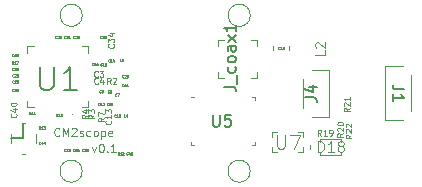
<source format=gbr>
G04 #@! TF.GenerationSoftware,KiCad,Pcbnew,(5.1.12)-1*
G04 #@! TF.CreationDate,2024-03-07T16:38:44+08:00*
G04 #@! TF.ProjectId,CM2_MesoScope,434d325f-4d65-4736-9f53-636f70652e6b,rev?*
G04 #@! TF.SameCoordinates,Original*
G04 #@! TF.FileFunction,Legend,Top*
G04 #@! TF.FilePolarity,Positive*
%FSLAX46Y46*%
G04 Gerber Fmt 4.6, Leading zero omitted, Abs format (unit mm)*
G04 Created by KiCad (PCBNEW (5.1.12)-1) date 2024-03-07 16:38:44*
%MOMM*%
%LPD*%
G01*
G04 APERTURE LIST*
%ADD10C,0.050000*%
%ADD11C,0.100000*%
%ADD12C,0.120000*%
%ADD13C,0.150000*%
%ADD14C,0.200000*%
%ADD15C,0.090000*%
G04 APERTURE END LIST*
D10*
X118108000Y-119680000D02*
G75*
G03*
X118108000Y-119680000I-938000J0D01*
G01*
X118118000Y-106488000D02*
G75*
G03*
X118118000Y-106488000I-938000J0D01*
G01*
X103884000Y-119680000D02*
G75*
G03*
X103884000Y-119680000I-938000J0D01*
G01*
X103894000Y-106488000D02*
G75*
G03*
X103894000Y-106488000I-938000J0D01*
G01*
D11*
X104737400Y-117605460D02*
X104904066Y-118072126D01*
X105070733Y-117605460D01*
X105470733Y-117372126D02*
X105537400Y-117372126D01*
X105604066Y-117405460D01*
X105637400Y-117438793D01*
X105670733Y-117505460D01*
X105704066Y-117638793D01*
X105704066Y-117805460D01*
X105670733Y-117938793D01*
X105637400Y-118005460D01*
X105604066Y-118038793D01*
X105537400Y-118072126D01*
X105470733Y-118072126D01*
X105404066Y-118038793D01*
X105370733Y-118005460D01*
X105337400Y-117938793D01*
X105304066Y-117805460D01*
X105304066Y-117638793D01*
X105337400Y-117505460D01*
X105370733Y-117438793D01*
X105404066Y-117405460D01*
X105470733Y-117372126D01*
X106004066Y-118005460D02*
X106037400Y-118038793D01*
X106004066Y-118072126D01*
X105970733Y-118038793D01*
X106004066Y-118005460D01*
X106004066Y-118072126D01*
X106704066Y-118072126D02*
X106304066Y-118072126D01*
X106504066Y-118072126D02*
X106504066Y-117372126D01*
X106437400Y-117472126D01*
X106370733Y-117538793D01*
X106304066Y-117572126D01*
X101940506Y-116644020D02*
X101907173Y-116677353D01*
X101807173Y-116710686D01*
X101740506Y-116710686D01*
X101640506Y-116677353D01*
X101573840Y-116610686D01*
X101540506Y-116544020D01*
X101507173Y-116410686D01*
X101507173Y-116310686D01*
X101540506Y-116177353D01*
X101573840Y-116110686D01*
X101640506Y-116044020D01*
X101740506Y-116010686D01*
X101807173Y-116010686D01*
X101907173Y-116044020D01*
X101940506Y-116077353D01*
X102240506Y-116710686D02*
X102240506Y-116010686D01*
X102473840Y-116510686D01*
X102707173Y-116010686D01*
X102707173Y-116710686D01*
X103007173Y-116077353D02*
X103040506Y-116044020D01*
X103107173Y-116010686D01*
X103273840Y-116010686D01*
X103340506Y-116044020D01*
X103373840Y-116077353D01*
X103407173Y-116144020D01*
X103407173Y-116210686D01*
X103373840Y-116310686D01*
X102973840Y-116710686D01*
X103407173Y-116710686D01*
X103673840Y-116677353D02*
X103740506Y-116710686D01*
X103873840Y-116710686D01*
X103940506Y-116677353D01*
X103973840Y-116610686D01*
X103973840Y-116577353D01*
X103940506Y-116510686D01*
X103873840Y-116477353D01*
X103773840Y-116477353D01*
X103707173Y-116444020D01*
X103673840Y-116377353D01*
X103673840Y-116344020D01*
X103707173Y-116277353D01*
X103773840Y-116244020D01*
X103873840Y-116244020D01*
X103940506Y-116277353D01*
X104573840Y-116677353D02*
X104507173Y-116710686D01*
X104373840Y-116710686D01*
X104307173Y-116677353D01*
X104273840Y-116644020D01*
X104240506Y-116577353D01*
X104240506Y-116377353D01*
X104273840Y-116310686D01*
X104307173Y-116277353D01*
X104373840Y-116244020D01*
X104507173Y-116244020D01*
X104573840Y-116277353D01*
X104973840Y-116710686D02*
X104907173Y-116677353D01*
X104873840Y-116644020D01*
X104840506Y-116577353D01*
X104840506Y-116377353D01*
X104873840Y-116310686D01*
X104907173Y-116277353D01*
X104973840Y-116244020D01*
X105073840Y-116244020D01*
X105140506Y-116277353D01*
X105173840Y-116310686D01*
X105207173Y-116377353D01*
X105207173Y-116577353D01*
X105173840Y-116644020D01*
X105140506Y-116677353D01*
X105073840Y-116710686D01*
X104973840Y-116710686D01*
X105507173Y-116244020D02*
X105507173Y-116944020D01*
X105507173Y-116277353D02*
X105573840Y-116244020D01*
X105707173Y-116244020D01*
X105773840Y-116277353D01*
X105807173Y-116310686D01*
X105840506Y-116377353D01*
X105840506Y-116577353D01*
X105807173Y-116644020D01*
X105773840Y-116677353D01*
X105707173Y-116710686D01*
X105573840Y-116710686D01*
X105507173Y-116677353D01*
X106407173Y-116677353D02*
X106340506Y-116710686D01*
X106207173Y-116710686D01*
X106140506Y-116677353D01*
X106107173Y-116610686D01*
X106107173Y-116344020D01*
X106140506Y-116277353D01*
X106207173Y-116244020D01*
X106340506Y-116244020D01*
X106407173Y-116277353D01*
X106440506Y-116344020D01*
X106440506Y-116410686D01*
X106107173Y-116477353D01*
D12*
X129505500Y-115351080D02*
X131005500Y-115351080D01*
X129505500Y-115351080D02*
X129513500Y-110811080D01*
X129505500Y-110811080D02*
X131005500Y-110811080D01*
X131755500Y-114621080D02*
X131755500Y-111573080D01*
X124809800Y-111089460D02*
X123309800Y-111089460D01*
X124809800Y-111089460D02*
X124809800Y-115089460D01*
X124809800Y-115089460D02*
X123309800Y-115089460D01*
X122559800Y-111839460D02*
X122559800Y-114339460D01*
D11*
X122608660Y-117664900D02*
X122608660Y-118084900D01*
X122608660Y-118084900D02*
X122188660Y-118084900D01*
X122608660Y-116824900D02*
X122608660Y-116404900D01*
X122608660Y-116404900D02*
X122188660Y-116404900D01*
X119928660Y-116824900D02*
X119928660Y-116404900D01*
X119928660Y-116404900D02*
X120348660Y-116404900D01*
X119928660Y-117664900D02*
X119928660Y-118084900D01*
X119928660Y-118084900D02*
X120348660Y-118084900D01*
X99224640Y-109124420D02*
X99224640Y-109674420D01*
X99774640Y-109124420D02*
X99224640Y-109124420D01*
X104384640Y-109124420D02*
X104384640Y-109674420D01*
X103834640Y-109124420D02*
X104384640Y-109124420D01*
X104384640Y-114284420D02*
X104384640Y-113734420D01*
X103834640Y-114284420D02*
X104384640Y-114284420D01*
X99224640Y-114284420D02*
X99224640Y-113734420D01*
X99774640Y-114284420D02*
X99224640Y-114284420D01*
X115392900Y-108602680D02*
X115392900Y-109102680D01*
X115392900Y-108602680D02*
X115892900Y-108602680D01*
X115392900Y-111802680D02*
X115392900Y-111302680D01*
X115392900Y-111802680D02*
X115892900Y-111802680D01*
X118692900Y-111802680D02*
X118192900Y-111802680D01*
X118692900Y-111802680D02*
X118692900Y-111302680D01*
X118692900Y-108602680D02*
X118692900Y-109102680D01*
X118692900Y-108602680D02*
X118192900Y-108602680D01*
X123203560Y-117783360D02*
X123203560Y-117463360D01*
X125813560Y-116943360D02*
X125813560Y-117203360D01*
X124013560Y-116943360D02*
X125813560Y-116943360D01*
X124013560Y-118303360D02*
X124013560Y-118043360D01*
X125813560Y-118303360D02*
X124013560Y-118303360D01*
X125813560Y-118043360D02*
X125813560Y-118303360D01*
X124013560Y-117203360D02*
X124013560Y-116943360D01*
X98754040Y-115581420D02*
X99064040Y-115581420D01*
X98754040Y-118241420D02*
X99064040Y-118241420D01*
X97829040Y-116556420D02*
X97829040Y-117266420D01*
X99989040Y-117266420D02*
X99989040Y-116556420D01*
D13*
X98909040Y-115636420D02*
X98909040Y-116911420D01*
X98909040Y-116911420D02*
X97859040Y-116911420D01*
D12*
X113096860Y-117452640D02*
X113356860Y-117452640D01*
X113096860Y-117452640D02*
X113096860Y-117192640D01*
X113096860Y-113432640D02*
X113356860Y-113432640D01*
X118516860Y-117452640D02*
X118256860Y-117452640D01*
X118516860Y-117452640D02*
X118516860Y-117192640D01*
X118516860Y-113432640D02*
X118256860Y-113432640D01*
X118516860Y-113432640D02*
X118516860Y-113692640D01*
D11*
X120026860Y-109457640D02*
X120026860Y-109047640D01*
X121426860Y-109457640D02*
X121426860Y-109047640D01*
X103056440Y-114920820D02*
G75*
G03*
X103056440Y-114920820I-50000J0D01*
G01*
D13*
X131160939Y-112756126D02*
X130446653Y-112756126D01*
X130303796Y-112708507D01*
X130208558Y-112613269D01*
X130160939Y-112470412D01*
X130160939Y-112375174D01*
X130160939Y-113756126D02*
X130160939Y-113184698D01*
X130160939Y-113470412D02*
X131160939Y-113470412D01*
X131018081Y-113375174D01*
X130922843Y-113279936D01*
X130875224Y-113184698D01*
X122738180Y-113422793D02*
X123452466Y-113422793D01*
X123595323Y-113470412D01*
X123690561Y-113565650D01*
X123738180Y-113708507D01*
X123738180Y-113803745D01*
X123071514Y-112518031D02*
X123738180Y-112518031D01*
X122690561Y-112756126D02*
X123404847Y-112994221D01*
X123404847Y-112375174D01*
D10*
X126681530Y-116603668D02*
X126443435Y-116770335D01*
X126681530Y-116889382D02*
X126181530Y-116889382D01*
X126181530Y-116698906D01*
X126205340Y-116651287D01*
X126229149Y-116627478D01*
X126276768Y-116603668D01*
X126348197Y-116603668D01*
X126395816Y-116627478D01*
X126419625Y-116651287D01*
X126443435Y-116698906D01*
X126443435Y-116889382D01*
X126229149Y-116413192D02*
X126205340Y-116389382D01*
X126181530Y-116341763D01*
X126181530Y-116222716D01*
X126205340Y-116175097D01*
X126229149Y-116151287D01*
X126276768Y-116127478D01*
X126324387Y-116127478D01*
X126395816Y-116151287D01*
X126681530Y-116437001D01*
X126681530Y-116127478D01*
X126229149Y-115937001D02*
X126205340Y-115913192D01*
X126181530Y-115865573D01*
X126181530Y-115746525D01*
X126205340Y-115698906D01*
X126229149Y-115675097D01*
X126276768Y-115651287D01*
X126324387Y-115651287D01*
X126395816Y-115675097D01*
X126681530Y-115960811D01*
X126681530Y-115651287D01*
X126516430Y-114340528D02*
X126278335Y-114507195D01*
X126516430Y-114626242D02*
X126016430Y-114626242D01*
X126016430Y-114435766D01*
X126040240Y-114388147D01*
X126064049Y-114364338D01*
X126111668Y-114340528D01*
X126183097Y-114340528D01*
X126230716Y-114364338D01*
X126254525Y-114388147D01*
X126278335Y-114435766D01*
X126278335Y-114626242D01*
X126064049Y-114150052D02*
X126040240Y-114126242D01*
X126016430Y-114078623D01*
X126016430Y-113959576D01*
X126040240Y-113911957D01*
X126064049Y-113888147D01*
X126111668Y-113864338D01*
X126159287Y-113864338D01*
X126230716Y-113888147D01*
X126516430Y-114173861D01*
X126516430Y-113864338D01*
X126516430Y-113388147D02*
X126516430Y-113673861D01*
X126516430Y-113531004D02*
X126016430Y-113531004D01*
X126087859Y-113578623D01*
X126135478Y-113626242D01*
X126159287Y-113673861D01*
X125983030Y-116479208D02*
X125744935Y-116645875D01*
X125983030Y-116764922D02*
X125483030Y-116764922D01*
X125483030Y-116574446D01*
X125506840Y-116526827D01*
X125530649Y-116503018D01*
X125578268Y-116479208D01*
X125649697Y-116479208D01*
X125697316Y-116503018D01*
X125721125Y-116526827D01*
X125744935Y-116574446D01*
X125744935Y-116764922D01*
X125530649Y-116288732D02*
X125506840Y-116264922D01*
X125483030Y-116217303D01*
X125483030Y-116098256D01*
X125506840Y-116050637D01*
X125530649Y-116026827D01*
X125578268Y-116003018D01*
X125625887Y-116003018D01*
X125697316Y-116026827D01*
X125983030Y-116312541D01*
X125983030Y-116003018D01*
X125483030Y-115693494D02*
X125483030Y-115645875D01*
X125506840Y-115598256D01*
X125530649Y-115574446D01*
X125578268Y-115550637D01*
X125673506Y-115526827D01*
X125792554Y-115526827D01*
X125887792Y-115550637D01*
X125935411Y-115574446D01*
X125959220Y-115598256D01*
X125983030Y-115645875D01*
X125983030Y-115693494D01*
X125959220Y-115741113D01*
X125935411Y-115764922D01*
X125887792Y-115788732D01*
X125792554Y-115812541D01*
X125673506Y-115812541D01*
X125578268Y-115788732D01*
X125530649Y-115764922D01*
X125506840Y-115741113D01*
X125483030Y-115693494D01*
X124125451Y-116663370D02*
X123958784Y-116425275D01*
X123839737Y-116663370D02*
X123839737Y-116163370D01*
X124030213Y-116163370D01*
X124077832Y-116187180D01*
X124101641Y-116210989D01*
X124125451Y-116258608D01*
X124125451Y-116330037D01*
X124101641Y-116377656D01*
X124077832Y-116401465D01*
X124030213Y-116425275D01*
X123839737Y-116425275D01*
X124601641Y-116663370D02*
X124315927Y-116663370D01*
X124458784Y-116663370D02*
X124458784Y-116163370D01*
X124411165Y-116234799D01*
X124363546Y-116282418D01*
X124315927Y-116306227D01*
X124839737Y-116663370D02*
X124934975Y-116663370D01*
X124982594Y-116639560D01*
X125006403Y-116615751D01*
X125054022Y-116544322D01*
X125077832Y-116449084D01*
X125077832Y-116258608D01*
X125054022Y-116210989D01*
X125030213Y-116187180D01*
X124982594Y-116163370D01*
X124887356Y-116163370D01*
X124839737Y-116187180D01*
X124815927Y-116210989D01*
X124792118Y-116258608D01*
X124792118Y-116377656D01*
X124815927Y-116425275D01*
X124839737Y-116449084D01*
X124887356Y-116472894D01*
X124982594Y-116472894D01*
X125030213Y-116449084D01*
X125054022Y-116425275D01*
X125077832Y-116377656D01*
X106716268Y-115055748D02*
X106706744Y-115065272D01*
X106678173Y-115074796D01*
X106659125Y-115074796D01*
X106630554Y-115065272D01*
X106611506Y-115046224D01*
X106601982Y-115027177D01*
X106592459Y-114989081D01*
X106592459Y-114960510D01*
X106601982Y-114922415D01*
X106611506Y-114903367D01*
X106630554Y-114884320D01*
X106659125Y-114874796D01*
X106678173Y-114874796D01*
X106706744Y-114884320D01*
X106716268Y-114893843D01*
X106906744Y-115074796D02*
X106792459Y-115074796D01*
X106849601Y-115074796D02*
X106849601Y-114874796D01*
X106830554Y-114903367D01*
X106811506Y-114922415D01*
X106792459Y-114931939D01*
X107030554Y-114874796D02*
X107049601Y-114874796D01*
X107068649Y-114884320D01*
X107078173Y-114893843D01*
X107087697Y-114912891D01*
X107097220Y-114950986D01*
X107097220Y-114998605D01*
X107087697Y-115036700D01*
X107078173Y-115055748D01*
X107068649Y-115065272D01*
X107049601Y-115074796D01*
X107030554Y-115074796D01*
X107011506Y-115065272D01*
X107001982Y-115055748D01*
X106992459Y-115036700D01*
X106982935Y-114998605D01*
X106982935Y-114950986D01*
X106992459Y-114912891D01*
X107001982Y-114893843D01*
X107011506Y-114884320D01*
X107030554Y-114874796D01*
X106783566Y-113285368D02*
X106774042Y-113294892D01*
X106745471Y-113304416D01*
X106726423Y-113304416D01*
X106697852Y-113294892D01*
X106678804Y-113275844D01*
X106669280Y-113256797D01*
X106659757Y-113218701D01*
X106659757Y-113190130D01*
X106669280Y-113152035D01*
X106678804Y-113132987D01*
X106697852Y-113113940D01*
X106726423Y-113104416D01*
X106745471Y-113104416D01*
X106774042Y-113113940D01*
X106783566Y-113123463D01*
X106850233Y-113104416D02*
X106983566Y-113104416D01*
X106897852Y-113304416D01*
X106212548Y-110392308D02*
X106203024Y-110401832D01*
X106174453Y-110411356D01*
X106155405Y-110411356D01*
X106126834Y-110401832D01*
X106107786Y-110382784D01*
X106098262Y-110363737D01*
X106088739Y-110325641D01*
X106088739Y-110297070D01*
X106098262Y-110258975D01*
X106107786Y-110239927D01*
X106126834Y-110220880D01*
X106155405Y-110211356D01*
X106174453Y-110211356D01*
X106203024Y-110220880D01*
X106212548Y-110230403D01*
X106403024Y-110411356D02*
X106288739Y-110411356D01*
X106345881Y-110411356D02*
X106345881Y-110211356D01*
X106326834Y-110239927D01*
X106307786Y-110258975D01*
X106288739Y-110268499D01*
X106574453Y-110278022D02*
X106574453Y-110411356D01*
X106526834Y-110201832D02*
X106479215Y-110344689D01*
X106603024Y-110344689D01*
X106529811Y-108927048D02*
X106553620Y-108950858D01*
X106577430Y-109022286D01*
X106577430Y-109069905D01*
X106553620Y-109141334D01*
X106506001Y-109188953D01*
X106458382Y-109212762D01*
X106363144Y-109236572D01*
X106291716Y-109236572D01*
X106196478Y-109212762D01*
X106148859Y-109188953D01*
X106101240Y-109141334D01*
X106077430Y-109069905D01*
X106077430Y-109022286D01*
X106101240Y-108950858D01*
X106125049Y-108927048D01*
X106077430Y-108760381D02*
X106077430Y-108450858D01*
X106267906Y-108617524D01*
X106267906Y-108546096D01*
X106291716Y-108498477D01*
X106315525Y-108474667D01*
X106363144Y-108450858D01*
X106482192Y-108450858D01*
X106529811Y-108474667D01*
X106553620Y-108498477D01*
X106577430Y-108546096D01*
X106577430Y-108688953D01*
X106553620Y-108736572D01*
X106529811Y-108760381D01*
X106244097Y-108022286D02*
X106577430Y-108022286D01*
X106053620Y-108141334D02*
X106410763Y-108260381D01*
X106410763Y-107950858D01*
X98274811Y-114819848D02*
X98298620Y-114843658D01*
X98322430Y-114915086D01*
X98322430Y-114962705D01*
X98298620Y-115034134D01*
X98251001Y-115081753D01*
X98203382Y-115105562D01*
X98108144Y-115129372D01*
X98036716Y-115129372D01*
X97941478Y-115105562D01*
X97893859Y-115081753D01*
X97846240Y-115034134D01*
X97822430Y-114962705D01*
X97822430Y-114915086D01*
X97846240Y-114843658D01*
X97870049Y-114819848D01*
X97989097Y-114391277D02*
X98322430Y-114391277D01*
X97798620Y-114510324D02*
X98155763Y-114629372D01*
X98155763Y-114319848D01*
X97822430Y-114034134D02*
X97822430Y-113986515D01*
X97846240Y-113938896D01*
X97870049Y-113915086D01*
X97917668Y-113891277D01*
X98012906Y-113867467D01*
X98131954Y-113867467D01*
X98227192Y-113891277D01*
X98274811Y-113915086D01*
X98298620Y-113938896D01*
X98322430Y-113986515D01*
X98322430Y-114034134D01*
X98298620Y-114081753D01*
X98274811Y-114105562D01*
X98227192Y-114129372D01*
X98131954Y-114153181D01*
X98012906Y-114153181D01*
X97917668Y-114129372D01*
X97870049Y-114105562D01*
X97846240Y-114081753D01*
X97822430Y-114034134D01*
D12*
X120361993Y-116593233D02*
X120361993Y-117556566D01*
X120418660Y-117669900D01*
X120475326Y-117726566D01*
X120588660Y-117783233D01*
X120815326Y-117783233D01*
X120928660Y-117726566D01*
X120985326Y-117669900D01*
X121041993Y-117556566D01*
X121041993Y-116593233D01*
X121495326Y-116593233D02*
X122288660Y-116593233D01*
X121778660Y-117783233D01*
D14*
X100316390Y-110828361D02*
X100316390Y-112447409D01*
X100411628Y-112637885D01*
X100506866Y-112733123D01*
X100697342Y-112828361D01*
X101078295Y-112828361D01*
X101268771Y-112733123D01*
X101364009Y-112637885D01*
X101459247Y-112447409D01*
X101459247Y-110828361D01*
X103459247Y-112828361D02*
X102316390Y-112828361D01*
X102887819Y-112828361D02*
X102887819Y-110828361D01*
X102697342Y-111114076D01*
X102506866Y-111304552D01*
X102316390Y-111399790D01*
D13*
X115872180Y-112521780D02*
X116586466Y-112521780D01*
X116729323Y-112569400D01*
X116824561Y-112664638D01*
X116872180Y-112807495D01*
X116872180Y-112902733D01*
X116967419Y-112283685D02*
X116967419Y-111521780D01*
X116824561Y-110855114D02*
X116872180Y-110950352D01*
X116872180Y-111140828D01*
X116824561Y-111236066D01*
X116776942Y-111283685D01*
X116681704Y-111331304D01*
X116395990Y-111331304D01*
X116300752Y-111283685D01*
X116253133Y-111236066D01*
X116205514Y-111140828D01*
X116205514Y-110950352D01*
X116253133Y-110855114D01*
X116872180Y-110283685D02*
X116824561Y-110378923D01*
X116776942Y-110426542D01*
X116681704Y-110474161D01*
X116395990Y-110474161D01*
X116300752Y-110426542D01*
X116253133Y-110378923D01*
X116205514Y-110283685D01*
X116205514Y-110140828D01*
X116253133Y-110045590D01*
X116300752Y-109997971D01*
X116395990Y-109950352D01*
X116681704Y-109950352D01*
X116776942Y-109997971D01*
X116824561Y-110045590D01*
X116872180Y-110140828D01*
X116872180Y-110283685D01*
X116872180Y-109093209D02*
X116348371Y-109093209D01*
X116253133Y-109140828D01*
X116205514Y-109236066D01*
X116205514Y-109426542D01*
X116253133Y-109521780D01*
X116824561Y-109093209D02*
X116872180Y-109188447D01*
X116872180Y-109426542D01*
X116824561Y-109521780D01*
X116729323Y-109569400D01*
X116634085Y-109569400D01*
X116538847Y-109521780D01*
X116491228Y-109426542D01*
X116491228Y-109188447D01*
X116443609Y-109093209D01*
X116872180Y-108712257D02*
X116205514Y-108188447D01*
X116205514Y-108712257D02*
X116872180Y-108188447D01*
X116872180Y-107283685D02*
X116872180Y-107855114D01*
X116872180Y-107569400D02*
X115872180Y-107569400D01*
X116015038Y-107664638D01*
X116110276Y-107759876D01*
X116157895Y-107855114D01*
D15*
X123857131Y-118016931D02*
X123857131Y-117146931D01*
X124064274Y-117146931D01*
X124188560Y-117188360D01*
X124271417Y-117271217D01*
X124312845Y-117354074D01*
X124354274Y-117519788D01*
X124354274Y-117644074D01*
X124312845Y-117809788D01*
X124271417Y-117892645D01*
X124188560Y-117975502D01*
X124064274Y-118016931D01*
X123857131Y-118016931D01*
X125182845Y-118016931D02*
X124685702Y-118016931D01*
X124934274Y-118016931D02*
X124934274Y-117146931D01*
X124851417Y-117271217D01*
X124768560Y-117354074D01*
X124685702Y-117395502D01*
X125679988Y-117519788D02*
X125597131Y-117478360D01*
X125555702Y-117436931D01*
X125514274Y-117354074D01*
X125514274Y-117312645D01*
X125555702Y-117229788D01*
X125597131Y-117188360D01*
X125679988Y-117146931D01*
X125845702Y-117146931D01*
X125928560Y-117188360D01*
X125969988Y-117229788D01*
X126011417Y-117312645D01*
X126011417Y-117354074D01*
X125969988Y-117436931D01*
X125928560Y-117478360D01*
X125845702Y-117519788D01*
X125679988Y-117519788D01*
X125597131Y-117561217D01*
X125555702Y-117602645D01*
X125514274Y-117685502D01*
X125514274Y-117851217D01*
X125555702Y-117934074D01*
X125597131Y-117975502D01*
X125679988Y-118016931D01*
X125845702Y-118016931D01*
X125928560Y-117975502D01*
X125969988Y-117934074D01*
X126011417Y-117851217D01*
X126011417Y-117685502D01*
X125969988Y-117602645D01*
X125928560Y-117561217D01*
X125845702Y-117519788D01*
D13*
X114946695Y-114906580D02*
X114946695Y-115716104D01*
X114994314Y-115811342D01*
X115041933Y-115858961D01*
X115137171Y-115906580D01*
X115327647Y-115906580D01*
X115422885Y-115858961D01*
X115470504Y-115811342D01*
X115518123Y-115716104D01*
X115518123Y-114906580D01*
X116470504Y-114906580D02*
X115994314Y-114906580D01*
X115946695Y-115382771D01*
X115994314Y-115335152D01*
X116089552Y-115287533D01*
X116327647Y-115287533D01*
X116422885Y-115335152D01*
X116470504Y-115382771D01*
X116518123Y-115478009D01*
X116518123Y-115716104D01*
X116470504Y-115811342D01*
X116422885Y-115858961D01*
X116327647Y-115906580D01*
X116089552Y-115906580D01*
X115994314Y-115858961D01*
X115946695Y-115811342D01*
D10*
X105749430Y-115156553D02*
X105511335Y-115323220D01*
X105749430Y-115442267D02*
X105249430Y-115442267D01*
X105249430Y-115251791D01*
X105273240Y-115204172D01*
X105297049Y-115180362D01*
X105344668Y-115156553D01*
X105416097Y-115156553D01*
X105463716Y-115180362D01*
X105487525Y-115204172D01*
X105511335Y-115251791D01*
X105511335Y-115442267D01*
X105249430Y-114989886D02*
X105249430Y-114656553D01*
X105749430Y-114870839D01*
X104352430Y-114927953D02*
X104114335Y-115094620D01*
X104352430Y-115213667D02*
X103852430Y-115213667D01*
X103852430Y-115023191D01*
X103876240Y-114975572D01*
X103900049Y-114951762D01*
X103947668Y-114927953D01*
X104019097Y-114927953D01*
X104066716Y-114951762D01*
X104090525Y-114975572D01*
X104114335Y-115023191D01*
X104114335Y-115213667D01*
X104019097Y-114499381D02*
X104352430Y-114499381D01*
X103828620Y-114618429D02*
X104185763Y-114737477D01*
X104185763Y-114427953D01*
X104911230Y-114927953D02*
X104673135Y-115094620D01*
X104911230Y-115213667D02*
X104411230Y-115213667D01*
X104411230Y-115023191D01*
X104435040Y-114975572D01*
X104458849Y-114951762D01*
X104506468Y-114927953D01*
X104577897Y-114927953D01*
X104625516Y-114951762D01*
X104649325Y-114975572D01*
X104673135Y-115023191D01*
X104673135Y-115213667D01*
X104411230Y-114761286D02*
X104411230Y-114451762D01*
X104601706Y-114618429D01*
X104601706Y-114547000D01*
X104625516Y-114499381D01*
X104649325Y-114475572D01*
X104696944Y-114451762D01*
X104815992Y-114451762D01*
X104863611Y-114475572D01*
X104887420Y-114499381D01*
X104911230Y-114547000D01*
X104911230Y-114689858D01*
X104887420Y-114737477D01*
X104863611Y-114761286D01*
X106293306Y-112286210D02*
X106126640Y-112048115D01*
X106007592Y-112286210D02*
X106007592Y-111786210D01*
X106198068Y-111786210D01*
X106245687Y-111810020D01*
X106269497Y-111833829D01*
X106293306Y-111881448D01*
X106293306Y-111952877D01*
X106269497Y-112000496D01*
X106245687Y-112024305D01*
X106198068Y-112048115D01*
X106007592Y-112048115D01*
X106483782Y-111833829D02*
X106507592Y-111810020D01*
X106555211Y-111786210D01*
X106674259Y-111786210D01*
X106721878Y-111810020D01*
X106745687Y-111833829D01*
X106769497Y-111881448D01*
X106769497Y-111929067D01*
X106745687Y-112000496D01*
X106459973Y-112286210D01*
X106769497Y-112286210D01*
X106286011Y-115394648D02*
X106309820Y-115418458D01*
X106333630Y-115489886D01*
X106333630Y-115537505D01*
X106309820Y-115608934D01*
X106262201Y-115656553D01*
X106214582Y-115680362D01*
X106119344Y-115704172D01*
X106047916Y-115704172D01*
X105952678Y-115680362D01*
X105905059Y-115656553D01*
X105857440Y-115608934D01*
X105833630Y-115537505D01*
X105833630Y-115489886D01*
X105857440Y-115418458D01*
X105881249Y-115394648D01*
X106333630Y-114918458D02*
X106333630Y-115204172D01*
X106333630Y-115061315D02*
X105833630Y-115061315D01*
X105905059Y-115108934D01*
X105952678Y-115156553D01*
X105976487Y-115204172D01*
X105833630Y-114751791D02*
X105833630Y-114442267D01*
X106024106Y-114608934D01*
X106024106Y-114537505D01*
X106047916Y-114489886D01*
X106071725Y-114466077D01*
X106119344Y-114442267D01*
X106238392Y-114442267D01*
X106286011Y-114466077D01*
X106309820Y-114489886D01*
X106333630Y-114537505D01*
X106333630Y-114680362D01*
X106309820Y-114727981D01*
X106286011Y-114751791D01*
X105201106Y-112238591D02*
X105177297Y-112262400D01*
X105105868Y-112286210D01*
X105058249Y-112286210D01*
X104986820Y-112262400D01*
X104939201Y-112214781D01*
X104915392Y-112167162D01*
X104891582Y-112071924D01*
X104891582Y-112000496D01*
X104915392Y-111905258D01*
X104939201Y-111857639D01*
X104986820Y-111810020D01*
X105058249Y-111786210D01*
X105105868Y-111786210D01*
X105177297Y-111810020D01*
X105201106Y-111833829D01*
X105629678Y-111952877D02*
X105629678Y-112286210D01*
X105510630Y-111762400D02*
X105391582Y-112119543D01*
X105701106Y-112119543D01*
X105201106Y-111654391D02*
X105177297Y-111678200D01*
X105105868Y-111702010D01*
X105058249Y-111702010D01*
X104986820Y-111678200D01*
X104939201Y-111630581D01*
X104915392Y-111582962D01*
X104891582Y-111487724D01*
X104891582Y-111416296D01*
X104915392Y-111321058D01*
X104939201Y-111273439D01*
X104986820Y-111225820D01*
X105058249Y-111202010D01*
X105105868Y-111202010D01*
X105177297Y-111225820D01*
X105201106Y-111249629D01*
X105367773Y-111202010D02*
X105677297Y-111202010D01*
X105510630Y-111392486D01*
X105582059Y-111392486D01*
X105629678Y-111416296D01*
X105653487Y-111440105D01*
X105677297Y-111487724D01*
X105677297Y-111606772D01*
X105653487Y-111654391D01*
X105629678Y-111678200D01*
X105582059Y-111702010D01*
X105439201Y-111702010D01*
X105391582Y-111678200D01*
X105367773Y-111654391D01*
X120598288Y-109324068D02*
X120588764Y-109333592D01*
X120560193Y-109343116D01*
X120541145Y-109343116D01*
X120512574Y-109333592D01*
X120493526Y-109314544D01*
X120484002Y-109295497D01*
X120474479Y-109257401D01*
X120474479Y-109228830D01*
X120484002Y-109190735D01*
X120493526Y-109171687D01*
X120512574Y-109152640D01*
X120541145Y-109143116D01*
X120560193Y-109143116D01*
X120588764Y-109152640D01*
X120598288Y-109162163D01*
X120788764Y-109343116D02*
X120674479Y-109343116D01*
X120731621Y-109343116D02*
X120731621Y-109143116D01*
X120712574Y-109171687D01*
X120693526Y-109190735D01*
X120674479Y-109200259D01*
X120884002Y-109343116D02*
X120922098Y-109343116D01*
X120941145Y-109333592D01*
X120950669Y-109324068D01*
X120969717Y-109295497D01*
X120979240Y-109257401D01*
X120979240Y-109181211D01*
X120969717Y-109162163D01*
X120960193Y-109152640D01*
X120941145Y-109143116D01*
X120903050Y-109143116D01*
X120884002Y-109152640D01*
X120874479Y-109162163D01*
X120864955Y-109181211D01*
X120864955Y-109228830D01*
X120874479Y-109247878D01*
X120884002Y-109257401D01*
X120903050Y-109266925D01*
X120941145Y-109266925D01*
X120960193Y-109257401D01*
X120969717Y-109247878D01*
X120979240Y-109228830D01*
X100340868Y-116093336D02*
X100274201Y-115998098D01*
X100226582Y-116093336D02*
X100226582Y-115893336D01*
X100302773Y-115893336D01*
X100321820Y-115902860D01*
X100331344Y-115912383D01*
X100340868Y-115931431D01*
X100340868Y-115960002D01*
X100331344Y-115979050D01*
X100321820Y-115988574D01*
X100302773Y-115998098D01*
X100226582Y-115998098D01*
X100531344Y-116093336D02*
X100417059Y-116093336D01*
X100474201Y-116093336D02*
X100474201Y-115893336D01*
X100455154Y-115921907D01*
X100436106Y-115940955D01*
X100417059Y-115950479D01*
X100598011Y-115893336D02*
X100721820Y-115893336D01*
X100655154Y-115969526D01*
X100683725Y-115969526D01*
X100702773Y-115979050D01*
X100712297Y-115988574D01*
X100721820Y-116007621D01*
X100721820Y-116055240D01*
X100712297Y-116074288D01*
X100702773Y-116083812D01*
X100683725Y-116093336D01*
X100626582Y-116093336D01*
X100607535Y-116083812D01*
X100598011Y-116074288D01*
X101671842Y-115013836D02*
X101671842Y-114813836D01*
X101719461Y-114813836D01*
X101748033Y-114823360D01*
X101767080Y-114842407D01*
X101776604Y-114861455D01*
X101786128Y-114899550D01*
X101786128Y-114928121D01*
X101776604Y-114966217D01*
X101767080Y-114985264D01*
X101748033Y-115004312D01*
X101719461Y-115013836D01*
X101671842Y-115013836D01*
X101976604Y-115013836D02*
X101862319Y-115013836D01*
X101919461Y-115013836D02*
X101919461Y-114813836D01*
X101900414Y-114842407D01*
X101881366Y-114861455D01*
X101862319Y-114870979D01*
X102071842Y-115013836D02*
X102109938Y-115013836D01*
X102128985Y-115004312D01*
X102138509Y-114994788D01*
X102157557Y-114966217D01*
X102167080Y-114928121D01*
X102167080Y-114851931D01*
X102157557Y-114832883D01*
X102148033Y-114823360D01*
X102128985Y-114813836D01*
X102090890Y-114813836D01*
X102071842Y-114823360D01*
X102062319Y-114832883D01*
X102052795Y-114851931D01*
X102052795Y-114899550D01*
X102062319Y-114918598D01*
X102071842Y-114928121D01*
X102090890Y-114937645D01*
X102128985Y-114937645D01*
X102148033Y-114928121D01*
X102157557Y-114918598D01*
X102167080Y-114899550D01*
X107003288Y-118277736D02*
X106936621Y-118182498D01*
X106889002Y-118277736D02*
X106889002Y-118077736D01*
X106965193Y-118077736D01*
X106984240Y-118087260D01*
X106993764Y-118096783D01*
X107003288Y-118115831D01*
X107003288Y-118144402D01*
X106993764Y-118163450D01*
X106984240Y-118172974D01*
X106965193Y-118182498D01*
X106889002Y-118182498D01*
X107193764Y-118277736D02*
X107079479Y-118277736D01*
X107136621Y-118277736D02*
X107136621Y-118077736D01*
X107117574Y-118106307D01*
X107098526Y-118125355D01*
X107079479Y-118134879D01*
X107269955Y-118096783D02*
X107279479Y-118087260D01*
X107298526Y-118077736D01*
X107346145Y-118077736D01*
X107365193Y-118087260D01*
X107374717Y-118096783D01*
X107384240Y-118115831D01*
X107384240Y-118134879D01*
X107374717Y-118163450D01*
X107260431Y-118277736D01*
X107384240Y-118277736D01*
X107727188Y-118258688D02*
X107717664Y-118268212D01*
X107689093Y-118277736D01*
X107670045Y-118277736D01*
X107641474Y-118268212D01*
X107622426Y-118249164D01*
X107612902Y-118230117D01*
X107603379Y-118192021D01*
X107603379Y-118163450D01*
X107612902Y-118125355D01*
X107622426Y-118106307D01*
X107641474Y-118087260D01*
X107670045Y-118077736D01*
X107689093Y-118077736D01*
X107717664Y-118087260D01*
X107727188Y-118096783D01*
X107898617Y-118144402D02*
X107898617Y-118277736D01*
X107850998Y-118068212D02*
X107803379Y-118211069D01*
X107927188Y-118211069D01*
X108098617Y-118077736D02*
X108003379Y-118077736D01*
X107993855Y-118172974D01*
X108003379Y-118163450D01*
X108022426Y-118153926D01*
X108070045Y-118153926D01*
X108089093Y-118163450D01*
X108098617Y-118172974D01*
X108108140Y-118192021D01*
X108108140Y-118239640D01*
X108098617Y-118258688D01*
X108089093Y-118268212D01*
X108070045Y-118277736D01*
X108022426Y-118277736D01*
X108003379Y-118268212D01*
X107993855Y-118258688D01*
X98073508Y-112876428D02*
X98063984Y-112885952D01*
X98035413Y-112895476D01*
X98016365Y-112895476D01*
X97987794Y-112885952D01*
X97968746Y-112866904D01*
X97959222Y-112847857D01*
X97949699Y-112809761D01*
X97949699Y-112781190D01*
X97959222Y-112743095D01*
X97968746Y-112724047D01*
X97987794Y-112705000D01*
X98016365Y-112695476D01*
X98035413Y-112695476D01*
X98063984Y-112705000D01*
X98073508Y-112714523D01*
X98140175Y-112695476D02*
X98263984Y-112695476D01*
X98197318Y-112771666D01*
X98225889Y-112771666D01*
X98244937Y-112781190D01*
X98254460Y-112790714D01*
X98263984Y-112809761D01*
X98263984Y-112857380D01*
X98254460Y-112876428D01*
X98244937Y-112885952D01*
X98225889Y-112895476D01*
X98168746Y-112895476D01*
X98149699Y-112885952D01*
X98140175Y-112876428D01*
X98378270Y-112781190D02*
X98359222Y-112771666D01*
X98349699Y-112762142D01*
X98340175Y-112743095D01*
X98340175Y-112733571D01*
X98349699Y-112714523D01*
X98359222Y-112705000D01*
X98378270Y-112695476D01*
X98416365Y-112695476D01*
X98435413Y-112705000D01*
X98444937Y-112714523D01*
X98454460Y-112733571D01*
X98454460Y-112743095D01*
X98444937Y-112762142D01*
X98435413Y-112771666D01*
X98416365Y-112781190D01*
X98378270Y-112781190D01*
X98359222Y-112790714D01*
X98349699Y-112800238D01*
X98340175Y-112819285D01*
X98340175Y-112857380D01*
X98349699Y-112876428D01*
X98359222Y-112885952D01*
X98378270Y-112895476D01*
X98416365Y-112895476D01*
X98435413Y-112885952D01*
X98444937Y-112876428D01*
X98454460Y-112857380D01*
X98454460Y-112819285D01*
X98444937Y-112800238D01*
X98435413Y-112790714D01*
X98416365Y-112781190D01*
X99500128Y-114866516D02*
X99433461Y-114771278D01*
X99385842Y-114866516D02*
X99385842Y-114666516D01*
X99462033Y-114666516D01*
X99481080Y-114676040D01*
X99490604Y-114685563D01*
X99500128Y-114704611D01*
X99500128Y-114733182D01*
X99490604Y-114752230D01*
X99481080Y-114761754D01*
X99462033Y-114771278D01*
X99385842Y-114771278D01*
X99690604Y-114866516D02*
X99576319Y-114866516D01*
X99633461Y-114866516D02*
X99633461Y-114666516D01*
X99614414Y-114695087D01*
X99595366Y-114714135D01*
X99576319Y-114723659D01*
X99881080Y-114866516D02*
X99766795Y-114866516D01*
X99823938Y-114866516D02*
X99823938Y-114666516D01*
X99804890Y-114695087D01*
X99785842Y-114714135D01*
X99766795Y-114723659D01*
X100340868Y-117367148D02*
X100331344Y-117376672D01*
X100302773Y-117386196D01*
X100283725Y-117386196D01*
X100255154Y-117376672D01*
X100236106Y-117357624D01*
X100226582Y-117338577D01*
X100217059Y-117300481D01*
X100217059Y-117271910D01*
X100226582Y-117233815D01*
X100236106Y-117214767D01*
X100255154Y-117195720D01*
X100283725Y-117186196D01*
X100302773Y-117186196D01*
X100331344Y-117195720D01*
X100340868Y-117205243D01*
X100512297Y-117252862D02*
X100512297Y-117386196D01*
X100464678Y-117176672D02*
X100417059Y-117319529D01*
X100540868Y-117319529D01*
X100702773Y-117252862D02*
X100702773Y-117386196D01*
X100655154Y-117176672D02*
X100607535Y-117319529D01*
X100731344Y-117319529D01*
X103188208Y-117984368D02*
X103178684Y-117993892D01*
X103150113Y-118003416D01*
X103131065Y-118003416D01*
X103102494Y-117993892D01*
X103083446Y-117974844D01*
X103073922Y-117955797D01*
X103064399Y-117917701D01*
X103064399Y-117889130D01*
X103073922Y-117851035D01*
X103083446Y-117831987D01*
X103102494Y-117812940D01*
X103131065Y-117803416D01*
X103150113Y-117803416D01*
X103178684Y-117812940D01*
X103188208Y-117822463D01*
X103254875Y-117803416D02*
X103378684Y-117803416D01*
X103312018Y-117879606D01*
X103340589Y-117879606D01*
X103359637Y-117889130D01*
X103369160Y-117898654D01*
X103378684Y-117917701D01*
X103378684Y-117965320D01*
X103369160Y-117984368D01*
X103359637Y-117993892D01*
X103340589Y-118003416D01*
X103283446Y-118003416D01*
X103264399Y-117993892D01*
X103254875Y-117984368D01*
X103550113Y-117803416D02*
X103512018Y-117803416D01*
X103492970Y-117812940D01*
X103483446Y-117822463D01*
X103464399Y-117851035D01*
X103454875Y-117889130D01*
X103454875Y-117965320D01*
X103464399Y-117984368D01*
X103473922Y-117993892D01*
X103492970Y-118003416D01*
X103531065Y-118003416D01*
X103550113Y-117993892D01*
X103559637Y-117984368D01*
X103569160Y-117965320D01*
X103569160Y-117917701D01*
X103559637Y-117898654D01*
X103550113Y-117889130D01*
X103531065Y-117879606D01*
X103492970Y-117879606D01*
X103473922Y-117889130D01*
X103464399Y-117898654D01*
X103454875Y-117917701D01*
X103980688Y-117984368D02*
X103971164Y-117993892D01*
X103942593Y-118003416D01*
X103923545Y-118003416D01*
X103894974Y-117993892D01*
X103875926Y-117974844D01*
X103866402Y-117955797D01*
X103856879Y-117917701D01*
X103856879Y-117889130D01*
X103866402Y-117851035D01*
X103875926Y-117831987D01*
X103894974Y-117812940D01*
X103923545Y-117803416D01*
X103942593Y-117803416D01*
X103971164Y-117812940D01*
X103980688Y-117822463D01*
X104047355Y-117803416D02*
X104171164Y-117803416D01*
X104104498Y-117879606D01*
X104133069Y-117879606D01*
X104152117Y-117889130D01*
X104161640Y-117898654D01*
X104171164Y-117917701D01*
X104171164Y-117965320D01*
X104161640Y-117984368D01*
X104152117Y-117993892D01*
X104133069Y-118003416D01*
X104075926Y-118003416D01*
X104056879Y-117993892D01*
X104047355Y-117984368D01*
X104247355Y-117822463D02*
X104256879Y-117812940D01*
X104275926Y-117803416D01*
X104323545Y-117803416D01*
X104342593Y-117812940D01*
X104352117Y-117822463D01*
X104361640Y-117841511D01*
X104361640Y-117860559D01*
X104352117Y-117889130D01*
X104237831Y-118003416D01*
X104361640Y-118003416D01*
X103236468Y-108383168D02*
X103226944Y-108392692D01*
X103198373Y-108402216D01*
X103179325Y-108402216D01*
X103150754Y-108392692D01*
X103131706Y-108373644D01*
X103122182Y-108354597D01*
X103112659Y-108316501D01*
X103112659Y-108287930D01*
X103122182Y-108249835D01*
X103131706Y-108230787D01*
X103150754Y-108211740D01*
X103179325Y-108202216D01*
X103198373Y-108202216D01*
X103226944Y-108211740D01*
X103236468Y-108221263D01*
X103303135Y-108202216D02*
X103426944Y-108202216D01*
X103360278Y-108278406D01*
X103388849Y-108278406D01*
X103407897Y-108287930D01*
X103417420Y-108297454D01*
X103426944Y-108316501D01*
X103426944Y-108364120D01*
X103417420Y-108383168D01*
X103407897Y-108392692D01*
X103388849Y-108402216D01*
X103331706Y-108402216D01*
X103312659Y-108392692D01*
X103303135Y-108383168D01*
X103550754Y-108202216D02*
X103569801Y-108202216D01*
X103588849Y-108211740D01*
X103598373Y-108221263D01*
X103607897Y-108240311D01*
X103617420Y-108278406D01*
X103617420Y-108326025D01*
X103607897Y-108364120D01*
X103598373Y-108383168D01*
X103588849Y-108392692D01*
X103569801Y-108402216D01*
X103550754Y-108402216D01*
X103531706Y-108392692D01*
X103522182Y-108383168D01*
X103512659Y-108364120D01*
X103503135Y-108326025D01*
X103503135Y-108278406D01*
X103512659Y-108240311D01*
X103522182Y-108221263D01*
X103531706Y-108211740D01*
X103550754Y-108202216D01*
X105497068Y-108380628D02*
X105487544Y-108390152D01*
X105458973Y-108399676D01*
X105439925Y-108399676D01*
X105411354Y-108390152D01*
X105392306Y-108371104D01*
X105382782Y-108352057D01*
X105373259Y-108313961D01*
X105373259Y-108285390D01*
X105382782Y-108247295D01*
X105392306Y-108228247D01*
X105411354Y-108209200D01*
X105439925Y-108199676D01*
X105458973Y-108199676D01*
X105487544Y-108209200D01*
X105497068Y-108218723D01*
X105573259Y-108218723D02*
X105582782Y-108209200D01*
X105601830Y-108199676D01*
X105649449Y-108199676D01*
X105668497Y-108209200D01*
X105678020Y-108218723D01*
X105687544Y-108237771D01*
X105687544Y-108256819D01*
X105678020Y-108285390D01*
X105563735Y-108399676D01*
X105687544Y-108399676D01*
X105801830Y-108285390D02*
X105782782Y-108275866D01*
X105773259Y-108266342D01*
X105763735Y-108247295D01*
X105763735Y-108237771D01*
X105773259Y-108218723D01*
X105782782Y-108209200D01*
X105801830Y-108199676D01*
X105839925Y-108199676D01*
X105858973Y-108209200D01*
X105868497Y-108218723D01*
X105878020Y-108237771D01*
X105878020Y-108247295D01*
X105868497Y-108266342D01*
X105858973Y-108275866D01*
X105839925Y-108285390D01*
X105801830Y-108285390D01*
X105782782Y-108294914D01*
X105773259Y-108304438D01*
X105763735Y-108323485D01*
X105763735Y-108361580D01*
X105773259Y-108380628D01*
X105782782Y-108390152D01*
X105801830Y-108399676D01*
X105839925Y-108399676D01*
X105858973Y-108390152D01*
X105868497Y-108380628D01*
X105878020Y-108361580D01*
X105878020Y-108323485D01*
X105868497Y-108304438D01*
X105858973Y-108294914D01*
X105839925Y-108285390D01*
X98073508Y-111110608D02*
X98063984Y-111120132D01*
X98035413Y-111129656D01*
X98016365Y-111129656D01*
X97987794Y-111120132D01*
X97968746Y-111101084D01*
X97959222Y-111082037D01*
X97949699Y-111043941D01*
X97949699Y-111015370D01*
X97959222Y-110977275D01*
X97968746Y-110958227D01*
X97987794Y-110939180D01*
X98016365Y-110929656D01*
X98035413Y-110929656D01*
X98063984Y-110939180D01*
X98073508Y-110948703D01*
X98140175Y-110929656D02*
X98263984Y-110929656D01*
X98197318Y-111005846D01*
X98225889Y-111005846D01*
X98244937Y-111015370D01*
X98254460Y-111024894D01*
X98263984Y-111043941D01*
X98263984Y-111091560D01*
X98254460Y-111110608D01*
X98244937Y-111120132D01*
X98225889Y-111129656D01*
X98168746Y-111129656D01*
X98149699Y-111120132D01*
X98140175Y-111110608D01*
X98444937Y-110929656D02*
X98349699Y-110929656D01*
X98340175Y-111024894D01*
X98349699Y-111015370D01*
X98368746Y-111005846D01*
X98416365Y-111005846D01*
X98435413Y-111015370D01*
X98444937Y-111024894D01*
X98454460Y-111043941D01*
X98454460Y-111091560D01*
X98444937Y-111110608D01*
X98435413Y-111120132D01*
X98416365Y-111129656D01*
X98368746Y-111129656D01*
X98349699Y-111120132D01*
X98340175Y-111110608D01*
X102441448Y-117984368D02*
X102431924Y-117993892D01*
X102403353Y-118003416D01*
X102384305Y-118003416D01*
X102355734Y-117993892D01*
X102336686Y-117974844D01*
X102327162Y-117955797D01*
X102317639Y-117917701D01*
X102317639Y-117889130D01*
X102327162Y-117851035D01*
X102336686Y-117831987D01*
X102355734Y-117812940D01*
X102384305Y-117803416D01*
X102403353Y-117803416D01*
X102431924Y-117812940D01*
X102441448Y-117822463D01*
X102508115Y-117803416D02*
X102631924Y-117803416D01*
X102565258Y-117879606D01*
X102593829Y-117879606D01*
X102612877Y-117889130D01*
X102622400Y-117898654D01*
X102631924Y-117917701D01*
X102631924Y-117965320D01*
X102622400Y-117984368D01*
X102612877Y-117993892D01*
X102593829Y-118003416D01*
X102536686Y-118003416D01*
X102517639Y-117993892D01*
X102508115Y-117984368D01*
X102698591Y-117803416D02*
X102822400Y-117803416D01*
X102755734Y-117879606D01*
X102784305Y-117879606D01*
X102803353Y-117889130D01*
X102812877Y-117898654D01*
X102822400Y-117917701D01*
X102822400Y-117965320D01*
X102812877Y-117984368D01*
X102803353Y-117993892D01*
X102784305Y-118003416D01*
X102727162Y-118003416D01*
X102708115Y-117993892D01*
X102698591Y-117984368D01*
X102456688Y-108383168D02*
X102447164Y-108392692D01*
X102418593Y-108402216D01*
X102399545Y-108402216D01*
X102370974Y-108392692D01*
X102351926Y-108373644D01*
X102342402Y-108354597D01*
X102332879Y-108316501D01*
X102332879Y-108287930D01*
X102342402Y-108249835D01*
X102351926Y-108230787D01*
X102370974Y-108211740D01*
X102399545Y-108202216D01*
X102418593Y-108202216D01*
X102447164Y-108211740D01*
X102456688Y-108221263D01*
X102523355Y-108202216D02*
X102647164Y-108202216D01*
X102580498Y-108278406D01*
X102609069Y-108278406D01*
X102628117Y-108287930D01*
X102637640Y-108297454D01*
X102647164Y-108316501D01*
X102647164Y-108364120D01*
X102637640Y-108383168D01*
X102628117Y-108392692D01*
X102609069Y-108402216D01*
X102551926Y-108402216D01*
X102532879Y-108392692D01*
X102523355Y-108383168D01*
X102837640Y-108402216D02*
X102723355Y-108402216D01*
X102780498Y-108402216D02*
X102780498Y-108202216D01*
X102761450Y-108230787D01*
X102742402Y-108249835D01*
X102723355Y-108259359D01*
X107376668Y-111733428D02*
X107367144Y-111742952D01*
X107338573Y-111752476D01*
X107319525Y-111752476D01*
X107290954Y-111742952D01*
X107271906Y-111723904D01*
X107262382Y-111704857D01*
X107252859Y-111666761D01*
X107252859Y-111638190D01*
X107262382Y-111600095D01*
X107271906Y-111581047D01*
X107290954Y-111562000D01*
X107319525Y-111552476D01*
X107338573Y-111552476D01*
X107367144Y-111562000D01*
X107376668Y-111571523D01*
X107452859Y-111571523D02*
X107462382Y-111562000D01*
X107481430Y-111552476D01*
X107529049Y-111552476D01*
X107548097Y-111562000D01*
X107557620Y-111571523D01*
X107567144Y-111590571D01*
X107567144Y-111609619D01*
X107557620Y-111638190D01*
X107443335Y-111752476D01*
X107567144Y-111752476D01*
X107662382Y-111752476D02*
X107700478Y-111752476D01*
X107719525Y-111742952D01*
X107729049Y-111733428D01*
X107748097Y-111704857D01*
X107757620Y-111666761D01*
X107757620Y-111590571D01*
X107748097Y-111571523D01*
X107738573Y-111562000D01*
X107719525Y-111552476D01*
X107681430Y-111552476D01*
X107662382Y-111562000D01*
X107652859Y-111571523D01*
X107643335Y-111590571D01*
X107643335Y-111638190D01*
X107652859Y-111657238D01*
X107662382Y-111666761D01*
X107681430Y-111676285D01*
X107719525Y-111676285D01*
X107738573Y-111666761D01*
X107748097Y-111657238D01*
X107757620Y-111638190D01*
X107376668Y-112490348D02*
X107367144Y-112499872D01*
X107338573Y-112509396D01*
X107319525Y-112509396D01*
X107290954Y-112499872D01*
X107271906Y-112480824D01*
X107262382Y-112461777D01*
X107252859Y-112423681D01*
X107252859Y-112395110D01*
X107262382Y-112357015D01*
X107271906Y-112337967D01*
X107290954Y-112318920D01*
X107319525Y-112309396D01*
X107338573Y-112309396D01*
X107367144Y-112318920D01*
X107376668Y-112328443D01*
X107548097Y-112376062D02*
X107548097Y-112509396D01*
X107500478Y-112299872D02*
X107452859Y-112442729D01*
X107576668Y-112442729D01*
X107757620Y-112509396D02*
X107643335Y-112509396D01*
X107700478Y-112509396D02*
X107700478Y-112309396D01*
X107681430Y-112337967D01*
X107662382Y-112357015D01*
X107643335Y-112366539D01*
X101720088Y-108383168D02*
X101710564Y-108392692D01*
X101681993Y-108402216D01*
X101662945Y-108402216D01*
X101634374Y-108392692D01*
X101615326Y-108373644D01*
X101605802Y-108354597D01*
X101596279Y-108316501D01*
X101596279Y-108287930D01*
X101605802Y-108249835D01*
X101615326Y-108230787D01*
X101634374Y-108211740D01*
X101662945Y-108202216D01*
X101681993Y-108202216D01*
X101710564Y-108211740D01*
X101720088Y-108221263D01*
X101786755Y-108202216D02*
X101910564Y-108202216D01*
X101843898Y-108278406D01*
X101872469Y-108278406D01*
X101891517Y-108287930D01*
X101901040Y-108297454D01*
X101910564Y-108316501D01*
X101910564Y-108364120D01*
X101901040Y-108383168D01*
X101891517Y-108392692D01*
X101872469Y-108402216D01*
X101815326Y-108402216D01*
X101796279Y-108392692D01*
X101786755Y-108383168D01*
X102005802Y-108402216D02*
X102043898Y-108402216D01*
X102062945Y-108392692D01*
X102072469Y-108383168D01*
X102091517Y-108354597D01*
X102101040Y-108316501D01*
X102101040Y-108240311D01*
X102091517Y-108221263D01*
X102081993Y-108211740D01*
X102062945Y-108202216D01*
X102024850Y-108202216D01*
X102005802Y-108211740D01*
X101996279Y-108221263D01*
X101986755Y-108240311D01*
X101986755Y-108287930D01*
X101996279Y-108306978D01*
X102005802Y-108316501D01*
X102024850Y-108326025D01*
X102062945Y-108326025D01*
X102081993Y-108316501D01*
X102091517Y-108306978D01*
X102101040Y-108287930D01*
D11*
X124398164Y-109453433D02*
X124398164Y-109834385D01*
X123598164Y-109834385D01*
X123674355Y-109224861D02*
X123636260Y-109186766D01*
X123598164Y-109110576D01*
X123598164Y-108920100D01*
X123636260Y-108843909D01*
X123674355Y-108805814D01*
X123750545Y-108767719D01*
X123826736Y-108767719D01*
X123941021Y-108805814D01*
X124398164Y-109262957D01*
X124398164Y-108767719D01*
D10*
X106158726Y-113003428D02*
X106149202Y-113012952D01*
X106120631Y-113022476D01*
X106101583Y-113022476D01*
X106073012Y-113012952D01*
X106053964Y-112993904D01*
X106044440Y-112974857D01*
X106034917Y-112936761D01*
X106034917Y-112908190D01*
X106044440Y-112870095D01*
X106053964Y-112851047D01*
X106073012Y-112832000D01*
X106101583Y-112822476D01*
X106120631Y-112822476D01*
X106149202Y-112832000D01*
X106158726Y-112841523D01*
X106273012Y-112908190D02*
X106253964Y-112898666D01*
X106244440Y-112889142D01*
X106234917Y-112870095D01*
X106234917Y-112860571D01*
X106244440Y-112841523D01*
X106253964Y-112832000D01*
X106273012Y-112822476D01*
X106311107Y-112822476D01*
X106330155Y-112832000D01*
X106339679Y-112841523D01*
X106349202Y-112860571D01*
X106349202Y-112870095D01*
X106339679Y-112889142D01*
X106330155Y-112898666D01*
X106311107Y-112908190D01*
X106273012Y-112908190D01*
X106253964Y-112917714D01*
X106244440Y-112927238D01*
X106234917Y-112946285D01*
X106234917Y-112984380D01*
X106244440Y-113003428D01*
X106253964Y-113012952D01*
X106273012Y-113022476D01*
X106311107Y-113022476D01*
X106330155Y-113012952D01*
X106339679Y-113003428D01*
X106349202Y-112984380D01*
X106349202Y-112946285D01*
X106339679Y-112927238D01*
X106330155Y-112917714D01*
X106311107Y-112908190D01*
X105446394Y-113005968D02*
X105436870Y-113015492D01*
X105408299Y-113025016D01*
X105389251Y-113025016D01*
X105360680Y-113015492D01*
X105341632Y-112996444D01*
X105332108Y-112977397D01*
X105322585Y-112939301D01*
X105322585Y-112910730D01*
X105332108Y-112872635D01*
X105341632Y-112853587D01*
X105360680Y-112834540D01*
X105389251Y-112825016D01*
X105408299Y-112825016D01*
X105436870Y-112834540D01*
X105446394Y-112844063D01*
X105541632Y-113025016D02*
X105579728Y-113025016D01*
X105598775Y-113015492D01*
X105608299Y-113005968D01*
X105627347Y-112977397D01*
X105636870Y-112939301D01*
X105636870Y-112863111D01*
X105627347Y-112844063D01*
X105617823Y-112834540D01*
X105598775Y-112825016D01*
X105560680Y-112825016D01*
X105541632Y-112834540D01*
X105532108Y-112844063D01*
X105522585Y-112863111D01*
X105522585Y-112910730D01*
X105532108Y-112929778D01*
X105541632Y-112939301D01*
X105560680Y-112948825D01*
X105598775Y-112948825D01*
X105617823Y-112939301D01*
X105627347Y-112929778D01*
X105636870Y-112910730D01*
X98044708Y-110565028D02*
X98035184Y-110574552D01*
X98006613Y-110584076D01*
X97987565Y-110584076D01*
X97958994Y-110574552D01*
X97939946Y-110555504D01*
X97930422Y-110536457D01*
X97920899Y-110498361D01*
X97920899Y-110469790D01*
X97930422Y-110431695D01*
X97939946Y-110412647D01*
X97958994Y-110393600D01*
X97987565Y-110384076D01*
X98006613Y-110384076D01*
X98035184Y-110393600D01*
X98044708Y-110403123D01*
X98235184Y-110584076D02*
X98120899Y-110584076D01*
X98178041Y-110584076D02*
X98178041Y-110384076D01*
X98158994Y-110412647D01*
X98139946Y-110431695D01*
X98120899Y-110441219D01*
X98301851Y-110384076D02*
X98435184Y-110384076D01*
X98349470Y-110584076D01*
X98044708Y-109937648D02*
X98035184Y-109947172D01*
X98006613Y-109956696D01*
X97987565Y-109956696D01*
X97958994Y-109947172D01*
X97939946Y-109928124D01*
X97930422Y-109909077D01*
X97920899Y-109870981D01*
X97920899Y-109842410D01*
X97930422Y-109804315D01*
X97939946Y-109785267D01*
X97958994Y-109766220D01*
X97987565Y-109756696D01*
X98006613Y-109756696D01*
X98035184Y-109766220D01*
X98044708Y-109775743D01*
X98235184Y-109956696D02*
X98120899Y-109956696D01*
X98178041Y-109956696D02*
X98178041Y-109756696D01*
X98158994Y-109785267D01*
X98139946Y-109804315D01*
X98120899Y-109813839D01*
X98349470Y-109842410D02*
X98330422Y-109832886D01*
X98320899Y-109823362D01*
X98311375Y-109804315D01*
X98311375Y-109794791D01*
X98320899Y-109775743D01*
X98330422Y-109766220D01*
X98349470Y-109756696D01*
X98387565Y-109756696D01*
X98406613Y-109766220D01*
X98416137Y-109775743D01*
X98425660Y-109794791D01*
X98425660Y-109804315D01*
X98416137Y-109823362D01*
X98406613Y-109832886D01*
X98387565Y-109842410D01*
X98349470Y-109842410D01*
X98330422Y-109851934D01*
X98320899Y-109861458D01*
X98311375Y-109880505D01*
X98311375Y-109918600D01*
X98320899Y-109937648D01*
X98330422Y-109947172D01*
X98349470Y-109956696D01*
X98387565Y-109956696D01*
X98406613Y-109947172D01*
X98416137Y-109937648D01*
X98425660Y-109918600D01*
X98425660Y-109880505D01*
X98416137Y-109861458D01*
X98406613Y-109851934D01*
X98387565Y-109842410D01*
X106063488Y-114077848D02*
X106053964Y-114087372D01*
X106025393Y-114096896D01*
X106006345Y-114096896D01*
X105977774Y-114087372D01*
X105958726Y-114068324D01*
X105949202Y-114049277D01*
X105939679Y-114011181D01*
X105939679Y-113982610D01*
X105949202Y-113944515D01*
X105958726Y-113925467D01*
X105977774Y-113906420D01*
X106006345Y-113896896D01*
X106025393Y-113896896D01*
X106053964Y-113906420D01*
X106063488Y-113915943D01*
X106253964Y-114096896D02*
X106139679Y-114096896D01*
X106196821Y-114096896D02*
X106196821Y-113896896D01*
X106177774Y-113925467D01*
X106158726Y-113944515D01*
X106139679Y-113954039D01*
X106444440Y-114096896D02*
X106330155Y-114096896D01*
X106387298Y-114096896D02*
X106387298Y-113896896D01*
X106368250Y-113925467D01*
X106349202Y-113944515D01*
X106330155Y-113954039D01*
X105351156Y-114095628D02*
X105341632Y-114105152D01*
X105313061Y-114114676D01*
X105294013Y-114114676D01*
X105265442Y-114105152D01*
X105246394Y-114086104D01*
X105236870Y-114067057D01*
X105227347Y-114028961D01*
X105227347Y-114000390D01*
X105236870Y-113962295D01*
X105246394Y-113943247D01*
X105265442Y-113924200D01*
X105294013Y-113914676D01*
X105313061Y-113914676D01*
X105341632Y-113924200D01*
X105351156Y-113933723D01*
X105541632Y-114114676D02*
X105427347Y-114114676D01*
X105484489Y-114114676D02*
X105484489Y-113914676D01*
X105465442Y-113943247D01*
X105446394Y-113962295D01*
X105427347Y-113971819D01*
X105617823Y-113933723D02*
X105627347Y-113924200D01*
X105646394Y-113914676D01*
X105694013Y-113914676D01*
X105713061Y-113924200D01*
X105722585Y-113933723D01*
X105732108Y-113952771D01*
X105732108Y-113971819D01*
X105722585Y-114000390D01*
X105608299Y-114114676D01*
X105732108Y-114114676D01*
X105550148Y-110722868D02*
X105540624Y-110732392D01*
X105512053Y-110741916D01*
X105493005Y-110741916D01*
X105464434Y-110732392D01*
X105445386Y-110713344D01*
X105435862Y-110694297D01*
X105426339Y-110656201D01*
X105426339Y-110627630D01*
X105435862Y-110589535D01*
X105445386Y-110570487D01*
X105464434Y-110551440D01*
X105493005Y-110541916D01*
X105512053Y-110541916D01*
X105540624Y-110551440D01*
X105550148Y-110560963D01*
X105740624Y-110741916D02*
X105626339Y-110741916D01*
X105683481Y-110741916D02*
X105683481Y-110541916D01*
X105664434Y-110570487D01*
X105645386Y-110589535D01*
X105626339Y-110599059D01*
X105921577Y-110541916D02*
X105826339Y-110541916D01*
X105816815Y-110637154D01*
X105826339Y-110627630D01*
X105845386Y-110618106D01*
X105893005Y-110618106D01*
X105912053Y-110627630D01*
X105921577Y-110637154D01*
X105931100Y-110656201D01*
X105931100Y-110703820D01*
X105921577Y-110722868D01*
X105912053Y-110732392D01*
X105893005Y-110741916D01*
X105845386Y-110741916D01*
X105826339Y-110732392D01*
X105816815Y-110722868D01*
X104798568Y-110707268D02*
X104789044Y-110716792D01*
X104760473Y-110726316D01*
X104741425Y-110726316D01*
X104712854Y-110716792D01*
X104693806Y-110697744D01*
X104684282Y-110678697D01*
X104674759Y-110640601D01*
X104674759Y-110612030D01*
X104684282Y-110573935D01*
X104693806Y-110554887D01*
X104712854Y-110535840D01*
X104741425Y-110526316D01*
X104760473Y-110526316D01*
X104789044Y-110535840D01*
X104798568Y-110545363D01*
X104989044Y-110726316D02*
X104874759Y-110726316D01*
X104931901Y-110726316D02*
X104931901Y-110526316D01*
X104912854Y-110554887D01*
X104893806Y-110573935D01*
X104874759Y-110583459D01*
X105160473Y-110526316D02*
X105122378Y-110526316D01*
X105103330Y-110535840D01*
X105093806Y-110545363D01*
X105074759Y-110573935D01*
X105065235Y-110612030D01*
X105065235Y-110688220D01*
X105074759Y-110707268D01*
X105084282Y-110716792D01*
X105103330Y-110726316D01*
X105141425Y-110726316D01*
X105160473Y-110716792D01*
X105169997Y-110707268D01*
X105179520Y-110688220D01*
X105179520Y-110640601D01*
X105169997Y-110621554D01*
X105160473Y-110612030D01*
X105141425Y-110602506D01*
X105103330Y-110602506D01*
X105084282Y-110612030D01*
X105074759Y-110621554D01*
X105065235Y-110640601D01*
X98073508Y-112169548D02*
X98063984Y-112179072D01*
X98035413Y-112188596D01*
X98016365Y-112188596D01*
X97987794Y-112179072D01*
X97968746Y-112160024D01*
X97959222Y-112140977D01*
X97949699Y-112102881D01*
X97949699Y-112074310D01*
X97959222Y-112036215D01*
X97968746Y-112017167D01*
X97987794Y-111998120D01*
X98016365Y-111988596D01*
X98035413Y-111988596D01*
X98063984Y-111998120D01*
X98073508Y-112007643D01*
X98149699Y-112007643D02*
X98159222Y-111998120D01*
X98178270Y-111988596D01*
X98225889Y-111988596D01*
X98244937Y-111998120D01*
X98254460Y-112007643D01*
X98263984Y-112026691D01*
X98263984Y-112045739D01*
X98254460Y-112074310D01*
X98140175Y-112188596D01*
X98263984Y-112188596D01*
X98340175Y-112007643D02*
X98349699Y-111998120D01*
X98368746Y-111988596D01*
X98416365Y-111988596D01*
X98435413Y-111998120D01*
X98444937Y-112007643D01*
X98454460Y-112026691D01*
X98454460Y-112045739D01*
X98444937Y-112074310D01*
X98330651Y-112188596D01*
X98454460Y-112188596D01*
X98073508Y-111657228D02*
X98063984Y-111666752D01*
X98035413Y-111676276D01*
X98016365Y-111676276D01*
X97987794Y-111666752D01*
X97968746Y-111647704D01*
X97959222Y-111628657D01*
X97949699Y-111590561D01*
X97949699Y-111561990D01*
X97959222Y-111523895D01*
X97968746Y-111504847D01*
X97987794Y-111485800D01*
X98016365Y-111476276D01*
X98035413Y-111476276D01*
X98063984Y-111485800D01*
X98073508Y-111495323D01*
X98149699Y-111495323D02*
X98159222Y-111485800D01*
X98178270Y-111476276D01*
X98225889Y-111476276D01*
X98244937Y-111485800D01*
X98254460Y-111495323D01*
X98263984Y-111514371D01*
X98263984Y-111533419D01*
X98254460Y-111561990D01*
X98140175Y-111676276D01*
X98263984Y-111676276D01*
X98330651Y-111476276D02*
X98454460Y-111476276D01*
X98387794Y-111552466D01*
X98416365Y-111552466D01*
X98435413Y-111561990D01*
X98444937Y-111571514D01*
X98454460Y-111590561D01*
X98454460Y-111638180D01*
X98444937Y-111657228D01*
X98435413Y-111666752D01*
X98416365Y-111676276D01*
X98359222Y-111676276D01*
X98340175Y-111666752D01*
X98330651Y-111657228D01*
X107532866Y-115074796D02*
X107437628Y-115074796D01*
X107437628Y-114874796D01*
X107685247Y-114941462D02*
X107685247Y-115074796D01*
X107637628Y-114865272D02*
X107590009Y-115008129D01*
X107713819Y-115008129D01*
X107162026Y-110368176D02*
X107066788Y-110368176D01*
X107066788Y-110168176D01*
X107323931Y-110168176D02*
X107228693Y-110168176D01*
X107219169Y-110263414D01*
X107228693Y-110253890D01*
X107247740Y-110244366D01*
X107295360Y-110244366D01*
X107314407Y-110253890D01*
X107323931Y-110263414D01*
X107333455Y-110282461D01*
X107333455Y-110330080D01*
X107323931Y-110349128D01*
X107314407Y-110358652D01*
X107295360Y-110368176D01*
X107247740Y-110368176D01*
X107228693Y-110358652D01*
X107219169Y-110349128D01*
M02*

</source>
